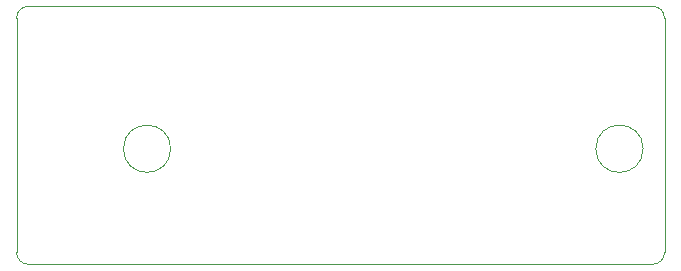
<source format=gm1>
%TF.GenerationSoftware,KiCad,Pcbnew,9.0.2*%
%TF.CreationDate,2025-07-07T17:16:47-07:00*%
%TF.ProjectId,switch_debounce_unit,73776974-6368-45f6-9465-626f756e6365,rev?*%
%TF.SameCoordinates,Original*%
%TF.FileFunction,Profile,NP*%
%FSLAX46Y46*%
G04 Gerber Fmt 4.6, Leading zero omitted, Abs format (unit mm)*
G04 Created by KiCad (PCBNEW 9.0.2) date 2025-07-07 17:16:47*
%MOMM*%
%LPD*%
G01*
G04 APERTURE LIST*
%TA.AperFunction,Profile*%
%ADD10C,0.050000*%
%TD*%
G04 APERTURE END LIST*
D10*
X66929000Y-32909000D02*
G75*
G02*
X65929000Y-33909000I-1000000J0D01*
G01*
X13065000Y-33909000D02*
G75*
G02*
X12065000Y-32909000I0J1000000D01*
G01*
X65929000Y-12065000D02*
G75*
G02*
X66929000Y-13065000I0J-1000000D01*
G01*
X12065000Y-13065000D02*
G75*
G02*
X13065000Y-12065000I1000000J0D01*
G01*
X66929000Y-13065000D02*
X66929000Y-32909000D01*
X12065000Y-32909000D02*
X12065000Y-13065000D01*
X65929000Y-33909000D02*
X13065000Y-33909000D01*
X13065000Y-12065000D02*
X65929000Y-12065000D01*
X65114000Y-24130000D02*
G75*
G02*
X61114000Y-24130000I-2000000J0D01*
G01*
X61114000Y-24130000D02*
G75*
G02*
X65114000Y-24130000I2000000J0D01*
G01*
X25114000Y-24130000D02*
G75*
G02*
X21114000Y-24130000I-2000000J0D01*
G01*
X21114000Y-24130000D02*
G75*
G02*
X25114000Y-24130000I2000000J0D01*
G01*
M02*

</source>
